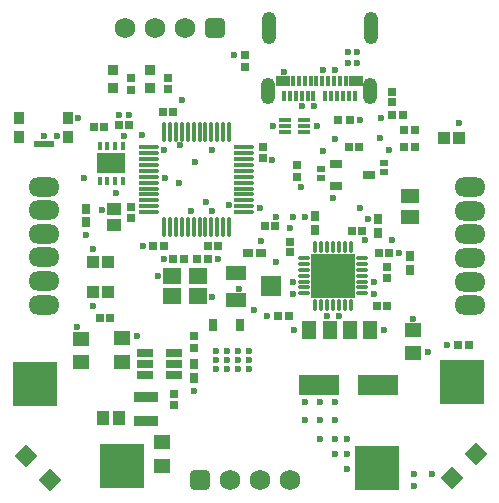
<source format=gbr>
G04*
G04 #@! TF.GenerationSoftware,Altium Limited,Altium Designer,24.8.2 (39)*
G04*
G04 Layer_Color=8388736*
%FSLAX44Y44*%
%MOMM*%
G71*
G04*
G04 #@! TF.SameCoordinates,C7BC70F5-E38B-40BF-8CF6-97473964AE68*
G04*
G04*
G04 #@! TF.FilePolarity,Negative*
G04*
G01*
G75*
%ADD39R,2.4384X1.6510*%
%ADD40R,0.3048X0.7620*%
%ADD46R,0.9000X1.0000*%
%ADD47R,1.7000X0.5500*%
%ADD53R,0.9900X0.3000*%
%ADD54R,0.7500X0.6500*%
%ADD55R,0.7500X0.7900*%
%ADD56R,0.9000X0.7500*%
%ADD57R,3.8500X3.8500*%
G04:AMPARAMS|DCode=58|XSize=0.96mm|YSize=0.42mm|CornerRadius=0.1088mm|HoleSize=0mm|Usage=FLASHONLY|Rotation=180.000|XOffset=0mm|YOffset=0mm|HoleType=Round|Shape=RoundedRectangle|*
%AMROUNDEDRECTD58*
21,1,0.9600,0.2025,0,0,180.0*
21,1,0.7425,0.4200,0,0,180.0*
1,1,0.2175,-0.3713,0.1013*
1,1,0.2175,0.3713,0.1013*
1,1,0.2175,0.3713,-0.1013*
1,1,0.2175,-0.3713,-0.1013*
%
%ADD58ROUNDEDRECTD58*%
G04:AMPARAMS|DCode=59|XSize=0.42mm|YSize=0.96mm|CornerRadius=0.1088mm|HoleSize=0mm|Usage=FLASHONLY|Rotation=180.000|XOffset=0mm|YOffset=0mm|HoleType=Round|Shape=RoundedRectangle|*
%AMROUNDEDRECTD59*
21,1,0.4200,0.7425,0,0,180.0*
21,1,0.2025,0.9600,0,0,180.0*
1,1,0.2175,-0.1013,0.3713*
1,1,0.2175,0.1013,0.3713*
1,1,0.2175,0.1013,-0.3713*
1,1,0.2175,-0.1013,-0.3713*
%
%ADD59ROUNDEDRECTD59*%
%ADD60R,1.7500X1.7500*%
%ADD61R,1.7500X1.2500*%
%ADD62O,0.4000X1.7000*%
%ADD63O,1.7000X0.4000*%
%ADD64R,0.7900X0.7500*%
%ADD65R,0.6500X0.7500*%
%ADD66R,0.9500X0.9500*%
%ADD67R,0.7500X0.9000*%
%ADD68R,1.3500X1.1500*%
%ADD69R,0.7750X0.9800*%
%ADD70R,1.0000X1.1000*%
%ADD71R,3.3500X1.7500*%
%ADD72R,1.3000X1.5000*%
%ADD73R,1.5000X1.3000*%
%ADD74R,1.1500X1.0500*%
%ADD75P,1.9092X4X180.0*%
%ADD76P,1.9092X4X90.0*%
%ADD77R,1.0500X0.7500*%
%ADD78R,2.1500X0.9500*%
%ADD79R,1.3500X0.7500*%
%ADD80R,1.5500X1.3500*%
%ADD81R,0.4500X0.8500*%
%ADD82R,1.1500X0.8500*%
%ADD83R,1.0500X1.1500*%
%ADD84R,0.6500X0.5500*%
%ADD85C,1.7500*%
G04:AMPARAMS|DCode=86|XSize=1.75mm|YSize=1.75mm|CornerRadius=0.475mm|HoleSize=0mm|Usage=FLASHONLY|Rotation=0.000|XOffset=0mm|YOffset=0mm|HoleType=Round|Shape=RoundedRectangle|*
%AMROUNDEDRECTD86*
21,1,1.7500,0.8000,0,0,0.0*
21,1,0.8000,1.7500,0,0,0.0*
1,1,0.9500,0.4000,-0.4000*
1,1,0.9500,-0.4000,-0.4000*
1,1,0.9500,-0.4000,0.4000*
1,1,0.9500,0.4000,0.4000*
%
%ADD86ROUNDEDRECTD86*%
%ADD87O,2.6500X1.6500*%
%ADD88O,1.2500X2.2500*%
%ADD89O,1.2500X2.7500*%
%ADD90C,0.6000*%
D39*
X95250Y289560D02*
D03*
D40*
X85500Y304292D02*
D03*
X92000D02*
D03*
X98500D02*
D03*
X105000D02*
D03*
Y274828D02*
D03*
X98500D02*
D03*
X92000D02*
D03*
X85500D02*
D03*
D46*
X58600Y312040D02*
D03*
Y328040D02*
D03*
X17600D02*
D03*
Y312040D02*
D03*
D47*
X38100Y305790D02*
D03*
D53*
X242140Y316310D02*
D03*
Y321310D02*
D03*
Y326310D02*
D03*
X258240D02*
D03*
Y321310D02*
D03*
Y316310D02*
D03*
D54*
X208280Y370920D02*
D03*
Y380920D02*
D03*
X252730Y278210D02*
D03*
Y288210D02*
D03*
X165100Y133430D02*
D03*
Y143430D02*
D03*
X143510Y361950D02*
D03*
Y351950D02*
D03*
X111760Y361790D02*
D03*
Y351790D02*
D03*
D55*
X110539Y321851D02*
D03*
X101739D02*
D03*
X389300Y135890D02*
D03*
X398100D02*
D03*
X147910Y332740D02*
D03*
X139110D02*
D03*
X85770Y158750D02*
D03*
X94570D02*
D03*
X352380Y303530D02*
D03*
X343580D02*
D03*
X186010Y219710D02*
D03*
X177210D02*
D03*
X130900D02*
D03*
X139700D02*
D03*
X245700Y160020D02*
D03*
X236900D02*
D03*
X299130Y232410D02*
D03*
X307930D02*
D03*
X320040Y168910D02*
D03*
X328840D02*
D03*
X321990Y213360D02*
D03*
X330790D02*
D03*
X296590Y303530D02*
D03*
X305390D02*
D03*
X168320Y208280D02*
D03*
X177120D02*
D03*
X148000D02*
D03*
X156800D02*
D03*
X352380Y317500D02*
D03*
X343580D02*
D03*
X333420Y330200D02*
D03*
X342220D02*
D03*
X89490Y320040D02*
D03*
X80690D02*
D03*
X234270Y236220D02*
D03*
X225470D02*
D03*
D56*
X210820Y213360D02*
D03*
X222320D02*
D03*
D57*
X283210Y194310D02*
D03*
X392430Y104140D02*
D03*
X104140Y33020D02*
D03*
X320040Y31750D02*
D03*
X30480Y102870D02*
D03*
D58*
X258710Y179310D02*
D03*
Y184310D02*
D03*
Y189310D02*
D03*
Y194310D02*
D03*
Y199310D02*
D03*
Y204310D02*
D03*
Y209310D02*
D03*
X307710D02*
D03*
Y204310D02*
D03*
Y199310D02*
D03*
Y194310D02*
D03*
Y189310D02*
D03*
Y184310D02*
D03*
Y179310D02*
D03*
D59*
X298210Y169810D02*
D03*
X293210D02*
D03*
X288210D02*
D03*
X283210D02*
D03*
X278210D02*
D03*
X273210D02*
D03*
X268210D02*
D03*
Y218810D02*
D03*
X273210D02*
D03*
X278210D02*
D03*
X283210D02*
D03*
X288210D02*
D03*
X293210D02*
D03*
X298210D02*
D03*
D60*
X230400Y185420D02*
D03*
D61*
X201400Y173920D02*
D03*
Y196920D02*
D03*
D62*
X140140Y235340D02*
D03*
X145140D02*
D03*
X150140D02*
D03*
X155140D02*
D03*
X160140D02*
D03*
X165140D02*
D03*
X170140D02*
D03*
X175140D02*
D03*
X180140D02*
D03*
X185140D02*
D03*
X190140D02*
D03*
X195140D02*
D03*
Y315840D02*
D03*
X190140D02*
D03*
X185140D02*
D03*
X180140D02*
D03*
X175140D02*
D03*
X170140D02*
D03*
X165140D02*
D03*
X160140D02*
D03*
X155140D02*
D03*
X150140D02*
D03*
X145140D02*
D03*
X140140D02*
D03*
D63*
X207890Y248090D02*
D03*
Y253090D02*
D03*
Y258090D02*
D03*
Y263090D02*
D03*
Y268090D02*
D03*
Y273090D02*
D03*
Y278090D02*
D03*
Y283090D02*
D03*
Y288090D02*
D03*
Y293090D02*
D03*
Y298090D02*
D03*
Y303090D02*
D03*
X127390D02*
D03*
Y298090D02*
D03*
Y293090D02*
D03*
Y288090D02*
D03*
Y283090D02*
D03*
Y278090D02*
D03*
Y273090D02*
D03*
Y268090D02*
D03*
Y263090D02*
D03*
Y258090D02*
D03*
Y253090D02*
D03*
Y248090D02*
D03*
D64*
X328930Y201250D02*
D03*
Y192450D02*
D03*
X111760Y243250D02*
D03*
Y252050D02*
D03*
X246380Y214040D02*
D03*
Y222840D02*
D03*
X223520Y294050D02*
D03*
Y302850D02*
D03*
X148590Y93890D02*
D03*
Y85090D02*
D03*
X332740Y341040D02*
D03*
Y349840D02*
D03*
D65*
X297100Y326390D02*
D03*
X287100D02*
D03*
D66*
X128270Y353180D02*
D03*
Y368180D02*
D03*
X96520Y353180D02*
D03*
Y368180D02*
D03*
D67*
X73660Y239360D02*
D03*
Y250860D02*
D03*
X165100Y107880D02*
D03*
Y119380D02*
D03*
X347980Y199320D02*
D03*
Y210820D02*
D03*
X267970Y244510D02*
D03*
Y233010D02*
D03*
X321310Y241970D02*
D03*
Y230470D02*
D03*
D68*
X350520Y148430D02*
D03*
Y128430D02*
D03*
X138430Y53180D02*
D03*
Y33180D02*
D03*
X104800Y121260D02*
D03*
Y141260D02*
D03*
X69850Y120810D02*
D03*
Y140810D02*
D03*
D69*
X204165Y152400D02*
D03*
X181915D02*
D03*
D70*
X376890Y311150D02*
D03*
X389890D02*
D03*
X79860Y180340D02*
D03*
X92860D02*
D03*
X79860Y205740D02*
D03*
X92860D02*
D03*
D71*
X270910Y101600D02*
D03*
X320910D02*
D03*
D72*
X280530Y148590D02*
D03*
X263030D02*
D03*
X314680D02*
D03*
X297180D02*
D03*
D73*
X347980Y261480D02*
D03*
Y243980D02*
D03*
D74*
X97790Y237090D02*
D03*
Y250590D02*
D03*
D75*
X403812Y43132D02*
D03*
X43132Y21638D02*
D03*
D76*
X383588Y22908D02*
D03*
X22908Y41862D02*
D03*
D77*
X313720Y279400D02*
D03*
X285720Y269900D02*
D03*
Y288900D02*
D03*
D78*
X124460Y91280D02*
D03*
Y71280D02*
D03*
D79*
X123850Y109880D02*
D03*
X123850Y119380D02*
D03*
X123850Y128880D02*
D03*
X148850D02*
D03*
X148850Y119380D02*
D03*
X148850Y109880D02*
D03*
D80*
X146480Y176920D02*
D03*
X168480D02*
D03*
Y193920D02*
D03*
X146480D02*
D03*
D81*
X296600Y346260D02*
D03*
X291600D02*
D03*
X286600D02*
D03*
X281600D02*
D03*
X276600D02*
D03*
X301600D02*
D03*
X261600D02*
D03*
X256600D02*
D03*
X251600D02*
D03*
X246600D02*
D03*
X241600D02*
D03*
X266600D02*
D03*
X249100Y359260D02*
D03*
X254100D02*
D03*
X259100D02*
D03*
X264100D02*
D03*
X269100D02*
D03*
X279100D02*
D03*
X284100D02*
D03*
X289100D02*
D03*
X294100D02*
D03*
X274100D02*
D03*
D82*
X240600Y359360D02*
D03*
X302600Y359260D02*
D03*
D83*
X102000Y73660D02*
D03*
X88500D02*
D03*
D84*
X273050Y284670D02*
D03*
Y276670D02*
D03*
X326390Y289750D02*
D03*
Y281750D02*
D03*
D85*
X392430Y104140D02*
D03*
X195580Y21590D02*
D03*
X220980D02*
D03*
X246380D02*
D03*
X320040Y31750D02*
D03*
X30480Y102870D02*
D03*
X104140Y33020D02*
D03*
X157480Y403860D02*
D03*
X132080D02*
D03*
X106680D02*
D03*
D86*
X170180Y21590D02*
D03*
X182880Y403860D02*
D03*
D87*
X398780Y169230D02*
D03*
Y249230D02*
D03*
Y229230D02*
D03*
Y209230D02*
D03*
Y269230D02*
D03*
Y189230D02*
D03*
X38100Y189710D02*
D03*
Y269710D02*
D03*
Y209710D02*
D03*
Y229710D02*
D03*
Y249710D02*
D03*
Y169710D02*
D03*
D88*
X228400Y350360D02*
D03*
X314800D02*
D03*
D89*
X228600Y403860D02*
D03*
X315000D02*
D03*
D90*
X184150Y123190D02*
D03*
X193463D02*
D03*
X184150Y130810D02*
D03*
Y115570D02*
D03*
X212090Y130810D02*
D03*
Y115570D02*
D03*
Y123190D02*
D03*
X227620Y160020D02*
D03*
X193463Y115570D02*
D03*
X202777Y130810D02*
D03*
X175260Y256540D02*
D03*
X250190Y148590D02*
D03*
X248920Y179070D02*
D03*
X154940Y342900D02*
D03*
X241300Y367030D02*
D03*
X199390Y381000D02*
D03*
X215900Y165160D02*
D03*
X80010Y217170D02*
D03*
X73660Y228600D02*
D03*
X121920Y219710D02*
D03*
X162560Y248920D02*
D03*
X140823Y277150D02*
D03*
X152400Y273050D02*
D03*
X231140Y292100D02*
D03*
X255901Y269240D02*
D03*
X194918Y253836D02*
D03*
X246380Y234950D02*
D03*
X101600Y287020D02*
D03*
X92710D02*
D03*
X67310Y327660D02*
D03*
X105887Y312420D02*
D03*
X180340Y300990D02*
D03*
X139700Y301014D02*
D03*
X121497Y313267D02*
D03*
X306070Y326390D02*
D03*
X87630Y250190D02*
D03*
X49530Y312420D02*
D03*
X165100Y96520D02*
D03*
X38100Y312420D02*
D03*
X110629Y330741D02*
D03*
X101739D02*
D03*
X72390Y276860D02*
D03*
X166370Y290830D02*
D03*
X306070Y251460D02*
D03*
X283210Y260350D02*
D03*
X312420Y242570D02*
D03*
X220980Y251460D02*
D03*
X180340Y248920D02*
D03*
X332740Y224790D02*
D03*
X259080Y243840D02*
D03*
X222250Y223520D02*
D03*
X309880Y224790D02*
D03*
X271780Y184150D02*
D03*
X363220Y129540D02*
D03*
X350520Y157480D02*
D03*
X339090Y213360D02*
D03*
X248920Y243840D02*
D03*
X234950D02*
D03*
X202777Y115570D02*
D03*
Y123190D02*
D03*
X193463Y130810D02*
D03*
X326390Y148590D02*
D03*
X116840Y143510D02*
D03*
X66040Y151130D02*
D03*
X80010Y168910D02*
D03*
X153670Y304800D02*
D03*
X271780Y55880D02*
D03*
X284480Y72390D02*
D03*
X274320Y299720D02*
D03*
X134620Y194310D02*
D03*
X99060Y264160D02*
D03*
X180340Y176530D02*
D03*
X185420Y208280D02*
D03*
X203200Y182880D02*
D03*
X389890Y323850D02*
D03*
X232410Y321310D02*
D03*
X294640Y184150D02*
D03*
X283210D02*
D03*
X294640Y194310D02*
D03*
X283210D02*
D03*
X271780D02*
D03*
X294640Y205740D02*
D03*
X283210D02*
D03*
X271780D02*
D03*
X248920Y189230D02*
D03*
X278130Y160020D02*
D03*
X288290D02*
D03*
X259080Y87630D02*
D03*
Y72390D02*
D03*
X317500Y179070D02*
D03*
X284480Y87630D02*
D03*
X317500Y189230D02*
D03*
X271780Y72390D02*
D03*
X294640Y55880D02*
D03*
X271780Y87630D02*
D03*
X379730Y135890D02*
D03*
X234950Y205740D02*
D03*
X351790Y16510D02*
D03*
X294640Y43180D02*
D03*
Y30480D02*
D03*
X284480Y55880D02*
D03*
Y43180D02*
D03*
X367030Y26670D02*
D03*
X351790D02*
D03*
X323850Y327660D02*
D03*
X330200Y300990D02*
D03*
X322580Y311150D02*
D03*
X284480Y309880D02*
D03*
X303530Y374650D02*
D03*
X295910D02*
D03*
Y383540D02*
D03*
X303530D02*
D03*
X284480Y368300D02*
D03*
X256540Y337820D02*
D03*
X274320Y368300D02*
D03*
X267075Y338195D02*
D03*
X269240Y321310D02*
D03*
X139700Y208280D02*
D03*
M02*

</source>
